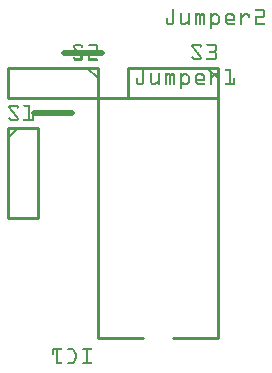
<source format=gto>
G04 MADE WITH FRITZING*
G04 WWW.FRITZING.ORG*
G04 SINGLE SIDED*
G04 HOLES NOT PLATED*
G04 CONTOUR ON CENTER OF CONTOUR VECTOR*
%ASAXBY*%
%FSLAX23Y23*%
%MOIN*%
%OFA0B0*%
%SFA1.0B1.0*%
%ADD10C,0.010000*%
%ADD11C,0.005000*%
%ADD12C,0.021000*%
%ADD13R,0.001000X0.001000*%
%LNSILK1*%
G90*
G70*
G54D10*
X893Y87D02*
X893Y887D01*
D02*
X893Y887D02*
X493Y887D01*
D02*
X493Y887D02*
X493Y87D01*
D02*
X893Y87D02*
X743Y87D01*
D02*
X643Y87D02*
X493Y87D01*
D02*
X893Y987D02*
X593Y987D01*
D02*
X593Y987D02*
X593Y887D01*
D02*
X593Y887D02*
X893Y887D01*
D02*
X893Y887D02*
X893Y987D01*
G54D11*
D02*
X858Y987D02*
X893Y952D01*
G54D10*
D02*
X193Y787D02*
X193Y487D01*
D02*
X193Y487D02*
X293Y487D01*
D02*
X293Y487D02*
X293Y787D01*
D02*
X293Y787D02*
X193Y787D01*
G54D11*
D02*
X193Y752D02*
X228Y787D01*
G54D10*
D02*
X493Y987D02*
X193Y987D01*
D02*
X193Y987D02*
X193Y887D01*
D02*
X193Y887D02*
X493Y887D01*
D02*
X493Y887D02*
X493Y987D01*
G54D11*
D02*
X458Y987D02*
X493Y952D01*
G54D12*
D02*
X280Y837D02*
X405Y837D01*
D02*
X380Y1037D02*
X505Y1037D01*
G54D13*
X742Y1183D02*
X745Y1183D01*
X1018Y1183D02*
X1046Y1183D01*
X741Y1182D02*
X746Y1182D01*
X1017Y1182D02*
X1047Y1182D01*
X740Y1181D02*
X746Y1181D01*
X1016Y1181D02*
X1048Y1181D01*
X740Y1180D02*
X746Y1180D01*
X1016Y1180D02*
X1049Y1180D01*
X740Y1179D02*
X746Y1179D01*
X1016Y1179D02*
X1049Y1179D01*
X740Y1178D02*
X746Y1178D01*
X1017Y1178D02*
X1050Y1178D01*
X740Y1177D02*
X746Y1177D01*
X1019Y1177D02*
X1050Y1177D01*
X740Y1176D02*
X746Y1176D01*
X1044Y1176D02*
X1050Y1176D01*
X740Y1175D02*
X746Y1175D01*
X1044Y1175D02*
X1050Y1175D01*
X740Y1174D02*
X746Y1174D01*
X1044Y1174D02*
X1050Y1174D01*
X740Y1173D02*
X746Y1173D01*
X1044Y1173D02*
X1050Y1173D01*
X740Y1172D02*
X746Y1172D01*
X1044Y1172D02*
X1050Y1172D01*
X740Y1171D02*
X746Y1171D01*
X1044Y1171D02*
X1050Y1171D01*
X740Y1170D02*
X746Y1170D01*
X868Y1170D02*
X871Y1170D01*
X880Y1170D02*
X886Y1170D01*
X1044Y1170D02*
X1050Y1170D01*
X740Y1169D02*
X746Y1169D01*
X769Y1169D02*
X769Y1169D01*
X797Y1169D02*
X797Y1169D01*
X819Y1169D02*
X819Y1169D01*
X827Y1169D02*
X828Y1169D01*
X867Y1169D02*
X872Y1169D01*
X878Y1169D02*
X889Y1169D01*
X928Y1169D02*
X938Y1169D01*
X969Y1169D02*
X969Y1169D01*
X983Y1169D02*
X990Y1169D01*
X1044Y1169D02*
X1050Y1169D01*
X740Y1168D02*
X746Y1168D01*
X767Y1168D02*
X771Y1168D01*
X795Y1168D02*
X799Y1168D01*
X817Y1168D02*
X821Y1168D01*
X824Y1168D02*
X832Y1168D01*
X838Y1168D02*
X845Y1168D01*
X866Y1168D02*
X872Y1168D01*
X876Y1168D02*
X890Y1168D01*
X925Y1168D02*
X941Y1168D01*
X967Y1168D02*
X971Y1168D01*
X981Y1168D02*
X994Y1168D01*
X1044Y1168D02*
X1050Y1168D01*
X740Y1167D02*
X746Y1167D01*
X767Y1167D02*
X772Y1167D01*
X794Y1167D02*
X799Y1167D01*
X816Y1167D02*
X821Y1167D01*
X823Y1167D02*
X833Y1167D01*
X837Y1167D02*
X846Y1167D01*
X866Y1167D02*
X872Y1167D01*
X875Y1167D02*
X891Y1167D01*
X923Y1167D02*
X943Y1167D01*
X967Y1167D02*
X972Y1167D01*
X980Y1167D02*
X995Y1167D01*
X1044Y1167D02*
X1050Y1167D01*
X740Y1166D02*
X746Y1166D01*
X766Y1166D02*
X772Y1166D01*
X794Y1166D02*
X800Y1166D01*
X816Y1166D02*
X847Y1166D01*
X866Y1166D02*
X872Y1166D01*
X874Y1166D02*
X893Y1166D01*
X922Y1166D02*
X944Y1166D01*
X966Y1166D02*
X972Y1166D01*
X979Y1166D02*
X997Y1166D01*
X1044Y1166D02*
X1050Y1166D01*
X740Y1165D02*
X746Y1165D01*
X766Y1165D02*
X772Y1165D01*
X794Y1165D02*
X800Y1165D01*
X816Y1165D02*
X848Y1165D01*
X866Y1165D02*
X894Y1165D01*
X921Y1165D02*
X945Y1165D01*
X966Y1165D02*
X972Y1165D01*
X977Y1165D02*
X998Y1165D01*
X1044Y1165D02*
X1050Y1165D01*
X740Y1164D02*
X746Y1164D01*
X766Y1164D02*
X772Y1164D01*
X794Y1164D02*
X800Y1164D01*
X816Y1164D02*
X849Y1164D01*
X866Y1164D02*
X895Y1164D01*
X919Y1164D02*
X947Y1164D01*
X966Y1164D02*
X972Y1164D01*
X976Y1164D02*
X998Y1164D01*
X1044Y1164D02*
X1050Y1164D01*
X740Y1163D02*
X746Y1163D01*
X766Y1163D02*
X772Y1163D01*
X794Y1163D02*
X800Y1163D01*
X816Y1163D02*
X849Y1163D01*
X866Y1163D02*
X880Y1163D01*
X886Y1163D02*
X896Y1163D01*
X919Y1163D02*
X947Y1163D01*
X966Y1163D02*
X972Y1163D01*
X975Y1163D02*
X999Y1163D01*
X1044Y1163D02*
X1050Y1163D01*
X740Y1162D02*
X746Y1162D01*
X766Y1162D02*
X772Y1162D01*
X794Y1162D02*
X800Y1162D01*
X816Y1162D02*
X827Y1162D01*
X829Y1162D02*
X849Y1162D01*
X866Y1162D02*
X879Y1162D01*
X887Y1162D02*
X897Y1162D01*
X918Y1162D02*
X927Y1162D01*
X938Y1162D02*
X948Y1162D01*
X966Y1162D02*
X972Y1162D01*
X974Y1162D02*
X984Y1162D01*
X991Y1162D02*
X999Y1162D01*
X1044Y1162D02*
X1050Y1162D01*
X740Y1161D02*
X746Y1161D01*
X766Y1161D02*
X772Y1161D01*
X794Y1161D02*
X800Y1161D01*
X816Y1161D02*
X826Y1161D01*
X830Y1161D02*
X839Y1161D01*
X843Y1161D02*
X849Y1161D01*
X866Y1161D02*
X878Y1161D01*
X889Y1161D02*
X898Y1161D01*
X917Y1161D02*
X926Y1161D01*
X941Y1161D02*
X949Y1161D01*
X966Y1161D02*
X982Y1161D01*
X993Y1161D02*
X999Y1161D01*
X1044Y1161D02*
X1050Y1161D01*
X740Y1160D02*
X746Y1160D01*
X766Y1160D02*
X772Y1160D01*
X794Y1160D02*
X800Y1160D01*
X816Y1160D02*
X825Y1160D01*
X830Y1160D02*
X838Y1160D01*
X843Y1160D02*
X849Y1160D01*
X866Y1160D02*
X877Y1160D01*
X890Y1160D02*
X898Y1160D01*
X917Y1160D02*
X924Y1160D01*
X942Y1160D02*
X949Y1160D01*
X966Y1160D02*
X981Y1160D01*
X993Y1160D02*
X1000Y1160D01*
X1022Y1160D02*
X1050Y1160D01*
X740Y1159D02*
X746Y1159D01*
X766Y1159D02*
X772Y1159D01*
X794Y1159D02*
X800Y1159D01*
X816Y1159D02*
X823Y1159D01*
X830Y1159D02*
X837Y1159D01*
X843Y1159D02*
X849Y1159D01*
X866Y1159D02*
X876Y1159D01*
X891Y1159D02*
X899Y1159D01*
X917Y1159D02*
X923Y1159D01*
X943Y1159D02*
X949Y1159D01*
X966Y1159D02*
X980Y1159D01*
X994Y1159D02*
X1000Y1159D01*
X1019Y1159D02*
X1050Y1159D01*
X740Y1158D02*
X746Y1158D01*
X767Y1158D02*
X772Y1158D01*
X794Y1158D02*
X800Y1158D01*
X816Y1158D02*
X822Y1158D01*
X830Y1158D02*
X836Y1158D01*
X843Y1158D02*
X849Y1158D01*
X866Y1158D02*
X875Y1158D01*
X892Y1158D02*
X899Y1158D01*
X916Y1158D02*
X923Y1158D01*
X943Y1158D02*
X950Y1158D01*
X966Y1158D02*
X979Y1158D01*
X994Y1158D02*
X1000Y1158D01*
X1018Y1158D02*
X1049Y1158D01*
X740Y1157D02*
X746Y1157D01*
X767Y1157D02*
X773Y1157D01*
X794Y1157D02*
X800Y1157D01*
X816Y1157D02*
X822Y1157D01*
X830Y1157D02*
X836Y1157D01*
X843Y1157D02*
X849Y1157D01*
X866Y1157D02*
X874Y1157D01*
X893Y1157D02*
X900Y1157D01*
X916Y1157D02*
X922Y1157D01*
X944Y1157D02*
X950Y1157D01*
X966Y1157D02*
X978Y1157D01*
X994Y1157D02*
X1000Y1157D01*
X1017Y1157D02*
X1049Y1157D01*
X740Y1156D02*
X746Y1156D01*
X767Y1156D02*
X773Y1156D01*
X794Y1156D02*
X800Y1156D01*
X816Y1156D02*
X822Y1156D01*
X830Y1156D02*
X836Y1156D01*
X843Y1156D02*
X849Y1156D01*
X866Y1156D02*
X873Y1156D01*
X894Y1156D02*
X900Y1156D01*
X916Y1156D02*
X922Y1156D01*
X944Y1156D02*
X950Y1156D01*
X966Y1156D02*
X977Y1156D01*
X994Y1156D02*
X1000Y1156D01*
X1017Y1156D02*
X1048Y1156D01*
X740Y1155D02*
X746Y1155D01*
X767Y1155D02*
X773Y1155D01*
X794Y1155D02*
X800Y1155D01*
X816Y1155D02*
X822Y1155D01*
X830Y1155D02*
X836Y1155D01*
X844Y1155D02*
X849Y1155D01*
X866Y1155D02*
X872Y1155D01*
X894Y1155D02*
X900Y1155D01*
X916Y1155D02*
X922Y1155D01*
X944Y1155D02*
X950Y1155D01*
X966Y1155D02*
X976Y1155D01*
X994Y1155D02*
X999Y1155D01*
X1016Y1155D02*
X1047Y1155D01*
X722Y1154D02*
X724Y1154D01*
X740Y1154D02*
X746Y1154D01*
X767Y1154D02*
X773Y1154D01*
X794Y1154D02*
X800Y1154D01*
X816Y1154D02*
X822Y1154D01*
X830Y1154D02*
X836Y1154D01*
X844Y1154D02*
X850Y1154D01*
X866Y1154D02*
X872Y1154D01*
X894Y1154D02*
X900Y1154D01*
X916Y1154D02*
X922Y1154D01*
X944Y1154D02*
X950Y1154D01*
X966Y1154D02*
X974Y1154D01*
X995Y1154D02*
X998Y1154D01*
X1016Y1154D02*
X1046Y1154D01*
X721Y1153D02*
X725Y1153D01*
X740Y1153D02*
X746Y1153D01*
X767Y1153D02*
X773Y1153D01*
X794Y1153D02*
X800Y1153D01*
X816Y1153D02*
X822Y1153D01*
X830Y1153D02*
X836Y1153D01*
X844Y1153D02*
X850Y1153D01*
X866Y1153D02*
X872Y1153D01*
X894Y1153D02*
X900Y1153D01*
X916Y1153D02*
X922Y1153D01*
X944Y1153D02*
X950Y1153D01*
X966Y1153D02*
X973Y1153D01*
X1016Y1153D02*
X1022Y1153D01*
X720Y1152D02*
X725Y1152D01*
X740Y1152D02*
X746Y1152D01*
X767Y1152D02*
X773Y1152D01*
X794Y1152D02*
X800Y1152D01*
X816Y1152D02*
X822Y1152D01*
X830Y1152D02*
X836Y1152D01*
X844Y1152D02*
X850Y1152D01*
X866Y1152D02*
X872Y1152D01*
X894Y1152D02*
X900Y1152D01*
X916Y1152D02*
X922Y1152D01*
X944Y1152D02*
X950Y1152D01*
X966Y1152D02*
X972Y1152D01*
X1016Y1152D02*
X1022Y1152D01*
X720Y1151D02*
X726Y1151D01*
X740Y1151D02*
X746Y1151D01*
X767Y1151D02*
X773Y1151D01*
X794Y1151D02*
X800Y1151D01*
X816Y1151D02*
X822Y1151D01*
X830Y1151D02*
X836Y1151D01*
X844Y1151D02*
X850Y1151D01*
X866Y1151D02*
X872Y1151D01*
X894Y1151D02*
X900Y1151D01*
X916Y1151D02*
X950Y1151D01*
X966Y1151D02*
X972Y1151D01*
X1016Y1151D02*
X1022Y1151D01*
X720Y1150D02*
X726Y1150D01*
X740Y1150D02*
X746Y1150D01*
X767Y1150D02*
X773Y1150D01*
X794Y1150D02*
X800Y1150D01*
X816Y1150D02*
X822Y1150D01*
X830Y1150D02*
X836Y1150D01*
X844Y1150D02*
X850Y1150D01*
X866Y1150D02*
X872Y1150D01*
X894Y1150D02*
X900Y1150D01*
X916Y1150D02*
X950Y1150D01*
X966Y1150D02*
X972Y1150D01*
X1016Y1150D02*
X1022Y1150D01*
X720Y1149D02*
X726Y1149D01*
X740Y1149D02*
X746Y1149D01*
X767Y1149D02*
X773Y1149D01*
X794Y1149D02*
X800Y1149D01*
X816Y1149D02*
X822Y1149D01*
X830Y1149D02*
X836Y1149D01*
X844Y1149D02*
X850Y1149D01*
X866Y1149D02*
X872Y1149D01*
X894Y1149D02*
X900Y1149D01*
X916Y1149D02*
X950Y1149D01*
X966Y1149D02*
X972Y1149D01*
X1016Y1149D02*
X1022Y1149D01*
X720Y1148D02*
X726Y1148D01*
X740Y1148D02*
X746Y1148D01*
X767Y1148D02*
X773Y1148D01*
X794Y1148D02*
X800Y1148D01*
X816Y1148D02*
X822Y1148D01*
X830Y1148D02*
X836Y1148D01*
X844Y1148D02*
X850Y1148D01*
X866Y1148D02*
X872Y1148D01*
X894Y1148D02*
X900Y1148D01*
X916Y1148D02*
X950Y1148D01*
X966Y1148D02*
X972Y1148D01*
X1016Y1148D02*
X1022Y1148D01*
X720Y1147D02*
X726Y1147D01*
X740Y1147D02*
X746Y1147D01*
X767Y1147D02*
X773Y1147D01*
X794Y1147D02*
X800Y1147D01*
X816Y1147D02*
X822Y1147D01*
X830Y1147D02*
X836Y1147D01*
X844Y1147D02*
X850Y1147D01*
X866Y1147D02*
X872Y1147D01*
X894Y1147D02*
X900Y1147D01*
X916Y1147D02*
X950Y1147D01*
X966Y1147D02*
X972Y1147D01*
X1016Y1147D02*
X1022Y1147D01*
X720Y1146D02*
X726Y1146D01*
X740Y1146D02*
X746Y1146D01*
X767Y1146D02*
X773Y1146D01*
X794Y1146D02*
X800Y1146D01*
X816Y1146D02*
X822Y1146D01*
X830Y1146D02*
X836Y1146D01*
X844Y1146D02*
X850Y1146D01*
X866Y1146D02*
X872Y1146D01*
X894Y1146D02*
X900Y1146D01*
X916Y1146D02*
X949Y1146D01*
X966Y1146D02*
X972Y1146D01*
X1016Y1146D02*
X1022Y1146D01*
X720Y1145D02*
X726Y1145D01*
X740Y1145D02*
X746Y1145D01*
X767Y1145D02*
X773Y1145D01*
X794Y1145D02*
X800Y1145D01*
X816Y1145D02*
X822Y1145D01*
X830Y1145D02*
X836Y1145D01*
X844Y1145D02*
X850Y1145D01*
X866Y1145D02*
X872Y1145D01*
X894Y1145D02*
X900Y1145D01*
X916Y1145D02*
X948Y1145D01*
X966Y1145D02*
X972Y1145D01*
X1016Y1145D02*
X1022Y1145D01*
X720Y1144D02*
X726Y1144D01*
X740Y1144D02*
X746Y1144D01*
X767Y1144D02*
X773Y1144D01*
X794Y1144D02*
X800Y1144D01*
X816Y1144D02*
X822Y1144D01*
X830Y1144D02*
X836Y1144D01*
X844Y1144D02*
X850Y1144D01*
X866Y1144D02*
X872Y1144D01*
X894Y1144D02*
X900Y1144D01*
X916Y1144D02*
X922Y1144D01*
X966Y1144D02*
X972Y1144D01*
X1016Y1144D02*
X1022Y1144D01*
X720Y1143D02*
X726Y1143D01*
X740Y1143D02*
X746Y1143D01*
X767Y1143D02*
X773Y1143D01*
X792Y1143D02*
X800Y1143D01*
X816Y1143D02*
X822Y1143D01*
X830Y1143D02*
X836Y1143D01*
X844Y1143D02*
X850Y1143D01*
X866Y1143D02*
X873Y1143D01*
X894Y1143D02*
X900Y1143D01*
X916Y1143D02*
X922Y1143D01*
X966Y1143D02*
X972Y1143D01*
X1016Y1143D02*
X1022Y1143D01*
X720Y1142D02*
X726Y1142D01*
X740Y1142D02*
X746Y1142D01*
X767Y1142D02*
X773Y1142D01*
X791Y1142D02*
X800Y1142D01*
X816Y1142D02*
X822Y1142D01*
X830Y1142D02*
X836Y1142D01*
X844Y1142D02*
X850Y1142D01*
X866Y1142D02*
X874Y1142D01*
X893Y1142D02*
X900Y1142D01*
X916Y1142D02*
X922Y1142D01*
X966Y1142D02*
X972Y1142D01*
X1016Y1142D02*
X1022Y1142D01*
X720Y1141D02*
X726Y1141D01*
X740Y1141D02*
X746Y1141D01*
X767Y1141D02*
X773Y1141D01*
X789Y1141D02*
X800Y1141D01*
X816Y1141D02*
X822Y1141D01*
X830Y1141D02*
X836Y1141D01*
X844Y1141D02*
X850Y1141D01*
X866Y1141D02*
X875Y1141D01*
X892Y1141D02*
X899Y1141D01*
X916Y1141D02*
X923Y1141D01*
X966Y1141D02*
X972Y1141D01*
X1016Y1141D02*
X1022Y1141D01*
X720Y1140D02*
X726Y1140D01*
X740Y1140D02*
X746Y1140D01*
X767Y1140D02*
X773Y1140D01*
X788Y1140D02*
X800Y1140D01*
X816Y1140D02*
X822Y1140D01*
X830Y1140D02*
X836Y1140D01*
X844Y1140D02*
X850Y1140D01*
X866Y1140D02*
X876Y1140D01*
X891Y1140D02*
X899Y1140D01*
X916Y1140D02*
X923Y1140D01*
X966Y1140D02*
X972Y1140D01*
X1016Y1140D02*
X1022Y1140D01*
X720Y1139D02*
X726Y1139D01*
X740Y1139D02*
X746Y1139D01*
X767Y1139D02*
X773Y1139D01*
X786Y1139D02*
X800Y1139D01*
X816Y1139D02*
X822Y1139D01*
X830Y1139D02*
X836Y1139D01*
X844Y1139D02*
X850Y1139D01*
X866Y1139D02*
X877Y1139D01*
X890Y1139D02*
X899Y1139D01*
X917Y1139D02*
X924Y1139D01*
X966Y1139D02*
X972Y1139D01*
X1016Y1139D02*
X1022Y1139D01*
X720Y1138D02*
X727Y1138D01*
X739Y1138D02*
X746Y1138D01*
X767Y1138D02*
X774Y1138D01*
X785Y1138D02*
X800Y1138D01*
X816Y1138D02*
X822Y1138D01*
X830Y1138D02*
X836Y1138D01*
X844Y1138D02*
X850Y1138D01*
X866Y1138D02*
X878Y1138D01*
X889Y1138D02*
X898Y1138D01*
X917Y1138D02*
X925Y1138D01*
X966Y1138D02*
X972Y1138D01*
X1016Y1138D02*
X1022Y1138D01*
X720Y1137D02*
X728Y1137D01*
X738Y1137D02*
X746Y1137D01*
X768Y1137D02*
X775Y1137D01*
X783Y1137D02*
X800Y1137D01*
X816Y1137D02*
X822Y1137D01*
X830Y1137D02*
X836Y1137D01*
X844Y1137D02*
X850Y1137D01*
X866Y1137D02*
X879Y1137D01*
X888Y1137D02*
X897Y1137D01*
X918Y1137D02*
X927Y1137D01*
X966Y1137D02*
X972Y1137D01*
X1016Y1137D02*
X1022Y1137D01*
X721Y1136D02*
X746Y1136D01*
X768Y1136D02*
X800Y1136D01*
X816Y1136D02*
X822Y1136D01*
X830Y1136D02*
X836Y1136D01*
X844Y1136D02*
X850Y1136D01*
X866Y1136D02*
X880Y1136D01*
X886Y1136D02*
X896Y1136D01*
X918Y1136D02*
X948Y1136D01*
X966Y1136D02*
X972Y1136D01*
X1016Y1136D02*
X1048Y1136D01*
X721Y1135D02*
X745Y1135D01*
X768Y1135D02*
X792Y1135D01*
X794Y1135D02*
X800Y1135D01*
X816Y1135D02*
X822Y1135D01*
X830Y1135D02*
X836Y1135D01*
X844Y1135D02*
X850Y1135D01*
X866Y1135D02*
X895Y1135D01*
X919Y1135D02*
X949Y1135D01*
X966Y1135D02*
X972Y1135D01*
X1016Y1135D02*
X1049Y1135D01*
X722Y1134D02*
X744Y1134D01*
X769Y1134D02*
X790Y1134D01*
X794Y1134D02*
X800Y1134D01*
X816Y1134D02*
X822Y1134D01*
X830Y1134D02*
X836Y1134D01*
X844Y1134D02*
X850Y1134D01*
X866Y1134D02*
X894Y1134D01*
X920Y1134D02*
X950Y1134D01*
X966Y1134D02*
X972Y1134D01*
X1016Y1134D02*
X1050Y1134D01*
X723Y1133D02*
X743Y1133D01*
X770Y1133D02*
X789Y1133D01*
X794Y1133D02*
X800Y1133D01*
X816Y1133D02*
X822Y1133D01*
X830Y1133D02*
X836Y1133D01*
X844Y1133D02*
X850Y1133D01*
X866Y1133D02*
X893Y1133D01*
X921Y1133D02*
X950Y1133D01*
X966Y1133D02*
X972Y1133D01*
X1016Y1133D02*
X1050Y1133D01*
X724Y1132D02*
X742Y1132D01*
X771Y1132D02*
X787Y1132D01*
X794Y1132D02*
X800Y1132D01*
X816Y1132D02*
X821Y1132D01*
X830Y1132D02*
X836Y1132D01*
X845Y1132D02*
X850Y1132D01*
X866Y1132D02*
X872Y1132D01*
X875Y1132D02*
X892Y1132D01*
X923Y1132D02*
X950Y1132D01*
X966Y1132D02*
X972Y1132D01*
X1016Y1132D02*
X1050Y1132D01*
X725Y1131D02*
X741Y1131D01*
X773Y1131D02*
X785Y1131D01*
X795Y1131D02*
X799Y1131D01*
X817Y1131D02*
X821Y1131D01*
X831Y1131D02*
X835Y1131D01*
X845Y1131D02*
X849Y1131D01*
X866Y1131D02*
X872Y1131D01*
X876Y1131D02*
X891Y1131D01*
X924Y1131D02*
X949Y1131D01*
X967Y1131D02*
X971Y1131D01*
X1016Y1131D02*
X1049Y1131D01*
X728Y1130D02*
X738Y1130D01*
X775Y1130D02*
X783Y1130D01*
X796Y1130D02*
X798Y1130D01*
X818Y1130D02*
X820Y1130D01*
X832Y1130D02*
X834Y1130D01*
X846Y1130D02*
X848Y1130D01*
X866Y1130D02*
X872Y1130D01*
X877Y1130D02*
X889Y1130D01*
X926Y1130D02*
X948Y1130D01*
X968Y1130D02*
X970Y1130D01*
X1016Y1130D02*
X1048Y1130D01*
X866Y1129D02*
X872Y1129D01*
X879Y1129D02*
X887Y1129D01*
X866Y1128D02*
X872Y1128D01*
X866Y1127D02*
X872Y1127D01*
X866Y1126D02*
X872Y1126D01*
X866Y1125D02*
X872Y1125D01*
X866Y1124D02*
X872Y1124D01*
X866Y1123D02*
X872Y1123D01*
X866Y1122D02*
X872Y1122D01*
X866Y1121D02*
X872Y1121D01*
X866Y1120D02*
X872Y1120D01*
X866Y1119D02*
X872Y1119D01*
X866Y1118D02*
X872Y1118D01*
X867Y1117D02*
X872Y1117D01*
X867Y1116D02*
X871Y1116D01*
X810Y1067D02*
X832Y1067D01*
X856Y1067D02*
X884Y1067D01*
X808Y1066D02*
X834Y1066D01*
X855Y1066D02*
X886Y1066D01*
X416Y1065D02*
X436Y1065D01*
X462Y1065D02*
X488Y1065D01*
X807Y1065D02*
X835Y1065D01*
X855Y1065D02*
X887Y1065D01*
X413Y1064D02*
X438Y1064D01*
X461Y1064D02*
X490Y1064D01*
X806Y1064D02*
X836Y1064D01*
X855Y1064D02*
X887Y1064D01*
X412Y1063D02*
X440Y1063D01*
X460Y1063D02*
X491Y1063D01*
X806Y1063D02*
X837Y1063D01*
X855Y1063D02*
X888Y1063D01*
X411Y1062D02*
X441Y1062D01*
X460Y1062D02*
X492Y1062D01*
X805Y1062D02*
X838Y1062D01*
X856Y1062D02*
X888Y1062D01*
X411Y1061D02*
X442Y1061D01*
X460Y1061D02*
X493Y1061D01*
X805Y1061D02*
X838Y1061D01*
X857Y1061D02*
X888Y1061D01*
X410Y1060D02*
X442Y1060D01*
X460Y1060D02*
X493Y1060D01*
X805Y1060D02*
X811Y1060D01*
X831Y1060D02*
X838Y1060D01*
X882Y1060D02*
X888Y1060D01*
X410Y1059D02*
X443Y1059D01*
X461Y1059D02*
X493Y1059D01*
X805Y1059D02*
X811Y1059D01*
X832Y1059D02*
X838Y1059D01*
X882Y1059D02*
X888Y1059D01*
X410Y1058D02*
X416Y1058D01*
X436Y1058D02*
X443Y1058D01*
X487Y1058D02*
X493Y1058D01*
X805Y1058D02*
X812Y1058D01*
X832Y1058D02*
X838Y1058D01*
X882Y1058D02*
X888Y1058D01*
X410Y1057D02*
X416Y1057D01*
X437Y1057D02*
X443Y1057D01*
X487Y1057D02*
X493Y1057D01*
X805Y1057D02*
X813Y1057D01*
X833Y1057D02*
X838Y1057D01*
X882Y1057D02*
X888Y1057D01*
X410Y1056D02*
X417Y1056D01*
X437Y1056D02*
X443Y1056D01*
X487Y1056D02*
X493Y1056D01*
X806Y1056D02*
X813Y1056D01*
X833Y1056D02*
X838Y1056D01*
X882Y1056D02*
X888Y1056D01*
X410Y1055D02*
X417Y1055D01*
X437Y1055D02*
X443Y1055D01*
X487Y1055D02*
X493Y1055D01*
X806Y1055D02*
X814Y1055D01*
X835Y1055D02*
X836Y1055D01*
X882Y1055D02*
X888Y1055D01*
X411Y1054D02*
X418Y1054D01*
X438Y1054D02*
X443Y1054D01*
X487Y1054D02*
X493Y1054D01*
X807Y1054D02*
X815Y1054D01*
X882Y1054D02*
X888Y1054D01*
X411Y1053D02*
X419Y1053D01*
X439Y1053D02*
X442Y1053D01*
X487Y1053D02*
X493Y1053D01*
X808Y1053D02*
X816Y1053D01*
X882Y1053D02*
X888Y1053D01*
X412Y1052D02*
X420Y1052D01*
X487Y1052D02*
X493Y1052D01*
X809Y1052D02*
X817Y1052D01*
X882Y1052D02*
X888Y1052D01*
X412Y1051D02*
X420Y1051D01*
X487Y1051D02*
X493Y1051D01*
X809Y1051D02*
X817Y1051D01*
X882Y1051D02*
X888Y1051D01*
X413Y1050D02*
X421Y1050D01*
X487Y1050D02*
X493Y1050D01*
X810Y1050D02*
X818Y1050D01*
X882Y1050D02*
X888Y1050D01*
X414Y1049D02*
X422Y1049D01*
X487Y1049D02*
X493Y1049D01*
X811Y1049D02*
X819Y1049D01*
X882Y1049D02*
X888Y1049D01*
X415Y1048D02*
X423Y1048D01*
X487Y1048D02*
X493Y1048D01*
X812Y1048D02*
X820Y1048D01*
X882Y1048D02*
X888Y1048D01*
X416Y1047D02*
X424Y1047D01*
X487Y1047D02*
X493Y1047D01*
X812Y1047D02*
X820Y1047D01*
X882Y1047D02*
X888Y1047D01*
X416Y1046D02*
X424Y1046D01*
X487Y1046D02*
X493Y1046D01*
X813Y1046D02*
X821Y1046D01*
X882Y1046D02*
X888Y1046D01*
X417Y1045D02*
X425Y1045D01*
X487Y1045D02*
X493Y1045D01*
X814Y1045D02*
X822Y1045D01*
X881Y1045D02*
X888Y1045D01*
X418Y1044D02*
X426Y1044D01*
X487Y1044D02*
X493Y1044D01*
X815Y1044D02*
X823Y1044D01*
X865Y1044D02*
X888Y1044D01*
X419Y1043D02*
X427Y1043D01*
X487Y1043D02*
X493Y1043D01*
X816Y1043D02*
X824Y1043D01*
X863Y1043D02*
X887Y1043D01*
X419Y1042D02*
X427Y1042D01*
X487Y1042D02*
X493Y1042D01*
X816Y1042D02*
X824Y1042D01*
X862Y1042D02*
X887Y1042D01*
X420Y1041D02*
X428Y1041D01*
X464Y1041D02*
X493Y1041D01*
X817Y1041D02*
X825Y1041D01*
X862Y1041D02*
X886Y1041D01*
X421Y1040D02*
X429Y1040D01*
X462Y1040D02*
X493Y1040D01*
X818Y1040D02*
X826Y1040D01*
X862Y1040D02*
X886Y1040D01*
X422Y1039D02*
X430Y1039D01*
X461Y1039D02*
X493Y1039D01*
X819Y1039D02*
X827Y1039D01*
X862Y1039D02*
X887Y1039D01*
X423Y1038D02*
X431Y1038D01*
X461Y1038D02*
X492Y1038D01*
X819Y1038D02*
X828Y1038D01*
X863Y1038D02*
X887Y1038D01*
X423Y1037D02*
X431Y1037D01*
X460Y1037D02*
X491Y1037D01*
X820Y1037D02*
X828Y1037D01*
X879Y1037D02*
X888Y1037D01*
X424Y1036D02*
X432Y1036D01*
X460Y1036D02*
X490Y1036D01*
X821Y1036D02*
X829Y1036D01*
X881Y1036D02*
X888Y1036D01*
X425Y1035D02*
X433Y1035D01*
X460Y1035D02*
X488Y1035D01*
X822Y1035D02*
X830Y1035D01*
X882Y1035D02*
X888Y1035D01*
X426Y1034D02*
X434Y1034D01*
X460Y1034D02*
X466Y1034D01*
X823Y1034D02*
X831Y1034D01*
X882Y1034D02*
X888Y1034D01*
X426Y1033D02*
X434Y1033D01*
X460Y1033D02*
X466Y1033D01*
X823Y1033D02*
X831Y1033D01*
X882Y1033D02*
X888Y1033D01*
X427Y1032D02*
X435Y1032D01*
X460Y1032D02*
X466Y1032D01*
X824Y1032D02*
X832Y1032D01*
X882Y1032D02*
X888Y1032D01*
X428Y1031D02*
X436Y1031D01*
X460Y1031D02*
X466Y1031D01*
X825Y1031D02*
X833Y1031D01*
X882Y1031D02*
X888Y1031D01*
X429Y1030D02*
X437Y1030D01*
X460Y1030D02*
X466Y1030D01*
X826Y1030D02*
X834Y1030D01*
X882Y1030D02*
X888Y1030D01*
X429Y1029D02*
X438Y1029D01*
X460Y1029D02*
X466Y1029D01*
X826Y1029D02*
X835Y1029D01*
X882Y1029D02*
X888Y1029D01*
X430Y1028D02*
X438Y1028D01*
X460Y1028D02*
X466Y1028D01*
X827Y1028D02*
X835Y1028D01*
X882Y1028D02*
X888Y1028D01*
X431Y1027D02*
X439Y1027D01*
X460Y1027D02*
X466Y1027D01*
X828Y1027D02*
X836Y1027D01*
X882Y1027D02*
X888Y1027D01*
X432Y1026D02*
X440Y1026D01*
X460Y1026D02*
X466Y1026D01*
X807Y1026D02*
X809Y1026D01*
X829Y1026D02*
X837Y1026D01*
X882Y1026D02*
X888Y1026D01*
X433Y1025D02*
X441Y1025D01*
X460Y1025D02*
X466Y1025D01*
X806Y1025D02*
X810Y1025D01*
X830Y1025D02*
X837Y1025D01*
X882Y1025D02*
X888Y1025D01*
X433Y1024D02*
X441Y1024D01*
X460Y1024D02*
X466Y1024D01*
X805Y1024D02*
X811Y1024D01*
X830Y1024D02*
X838Y1024D01*
X882Y1024D02*
X888Y1024D01*
X411Y1023D02*
X415Y1023D01*
X434Y1023D02*
X442Y1023D01*
X460Y1023D02*
X466Y1023D01*
X805Y1023D02*
X811Y1023D01*
X831Y1023D02*
X838Y1023D01*
X882Y1023D02*
X888Y1023D01*
X410Y1022D02*
X415Y1022D01*
X435Y1022D02*
X443Y1022D01*
X460Y1022D02*
X466Y1022D01*
X805Y1022D02*
X811Y1022D01*
X832Y1022D02*
X838Y1022D01*
X882Y1022D02*
X888Y1022D01*
X410Y1021D02*
X416Y1021D01*
X436Y1021D02*
X443Y1021D01*
X460Y1021D02*
X466Y1021D01*
X805Y1021D02*
X812Y1021D01*
X832Y1021D02*
X838Y1021D01*
X882Y1021D02*
X888Y1021D01*
X410Y1020D02*
X416Y1020D01*
X436Y1020D02*
X443Y1020D01*
X460Y1020D02*
X466Y1020D01*
X805Y1020D02*
X838Y1020D01*
X857Y1020D02*
X888Y1020D01*
X410Y1019D02*
X416Y1019D01*
X437Y1019D02*
X443Y1019D01*
X460Y1019D02*
X466Y1019D01*
X806Y1019D02*
X838Y1019D01*
X856Y1019D02*
X888Y1019D01*
X410Y1018D02*
X443Y1018D01*
X460Y1018D02*
X490Y1018D01*
X806Y1018D02*
X838Y1018D01*
X855Y1018D02*
X888Y1018D01*
X410Y1017D02*
X443Y1017D01*
X460Y1017D02*
X492Y1017D01*
X807Y1017D02*
X837Y1017D01*
X855Y1017D02*
X887Y1017D01*
X411Y1016D02*
X443Y1016D01*
X460Y1016D02*
X493Y1016D01*
X808Y1016D02*
X836Y1016D01*
X855Y1016D02*
X887Y1016D01*
X412Y1015D02*
X442Y1015D01*
X460Y1015D02*
X493Y1015D01*
X809Y1015D02*
X835Y1015D01*
X855Y1015D02*
X886Y1015D01*
X412Y1014D02*
X441Y1014D01*
X460Y1014D02*
X493Y1014D01*
X811Y1014D02*
X833Y1014D01*
X857Y1014D02*
X884Y1014D01*
X414Y1013D02*
X440Y1013D01*
X460Y1013D02*
X493Y1013D01*
X415Y1012D02*
X439Y1012D01*
X460Y1012D02*
X492Y1012D01*
X642Y983D02*
X645Y983D01*
X917Y983D02*
X936Y983D01*
X641Y982D02*
X646Y982D01*
X917Y982D02*
X936Y982D01*
X641Y981D02*
X646Y981D01*
X916Y981D02*
X936Y981D01*
X640Y980D02*
X646Y980D01*
X916Y980D02*
X936Y980D01*
X640Y979D02*
X646Y979D01*
X917Y979D02*
X936Y979D01*
X640Y978D02*
X646Y978D01*
X917Y978D02*
X936Y978D01*
X640Y977D02*
X646Y977D01*
X919Y977D02*
X936Y977D01*
X640Y976D02*
X646Y976D01*
X930Y976D02*
X936Y976D01*
X640Y975D02*
X646Y975D01*
X930Y975D02*
X936Y975D01*
X640Y974D02*
X646Y974D01*
X930Y974D02*
X936Y974D01*
X640Y973D02*
X646Y973D01*
X930Y973D02*
X936Y973D01*
X640Y972D02*
X646Y972D01*
X930Y972D02*
X936Y972D01*
X640Y971D02*
X646Y971D01*
X930Y971D02*
X936Y971D01*
X640Y970D02*
X646Y970D01*
X768Y970D02*
X771Y970D01*
X779Y970D02*
X787Y970D01*
X930Y970D02*
X936Y970D01*
X640Y969D02*
X646Y969D01*
X669Y969D02*
X670Y969D01*
X696Y969D02*
X697Y969D01*
X718Y969D02*
X719Y969D01*
X727Y969D02*
X729Y969D01*
X767Y969D02*
X772Y969D01*
X777Y969D02*
X789Y969D01*
X827Y969D02*
X839Y969D01*
X869Y969D02*
X870Y969D01*
X882Y969D02*
X891Y969D01*
X930Y969D02*
X936Y969D01*
X640Y968D02*
X646Y968D01*
X667Y968D02*
X671Y968D01*
X695Y968D02*
X699Y968D01*
X717Y968D02*
X721Y968D01*
X724Y968D02*
X732Y968D01*
X738Y968D02*
X745Y968D01*
X766Y968D02*
X772Y968D01*
X776Y968D02*
X790Y968D01*
X824Y968D02*
X842Y968D01*
X867Y968D02*
X871Y968D01*
X881Y968D02*
X894Y968D01*
X930Y968D02*
X936Y968D01*
X640Y967D02*
X646Y967D01*
X667Y967D02*
X672Y967D01*
X694Y967D02*
X700Y967D01*
X716Y967D02*
X733Y967D01*
X737Y967D02*
X746Y967D01*
X766Y967D02*
X772Y967D01*
X775Y967D02*
X792Y967D01*
X823Y967D02*
X843Y967D01*
X867Y967D02*
X872Y967D01*
X880Y967D02*
X896Y967D01*
X930Y967D02*
X936Y967D01*
X640Y966D02*
X646Y966D01*
X666Y966D02*
X672Y966D01*
X694Y966D02*
X700Y966D01*
X716Y966D02*
X747Y966D01*
X766Y966D02*
X772Y966D01*
X774Y966D02*
X793Y966D01*
X822Y966D02*
X844Y966D01*
X866Y966D02*
X872Y966D01*
X878Y966D02*
X897Y966D01*
X930Y966D02*
X936Y966D01*
X640Y965D02*
X646Y965D01*
X666Y965D02*
X672Y965D01*
X694Y965D02*
X700Y965D01*
X716Y965D02*
X748Y965D01*
X766Y965D02*
X794Y965D01*
X820Y965D02*
X846Y965D01*
X866Y965D02*
X872Y965D01*
X877Y965D02*
X898Y965D01*
X930Y965D02*
X936Y965D01*
X640Y964D02*
X646Y964D01*
X666Y964D02*
X672Y964D01*
X694Y964D02*
X700Y964D01*
X716Y964D02*
X749Y964D01*
X766Y964D02*
X795Y964D01*
X819Y964D02*
X847Y964D01*
X866Y964D02*
X872Y964D01*
X876Y964D02*
X898Y964D01*
X930Y964D02*
X936Y964D01*
X640Y963D02*
X646Y963D01*
X666Y963D02*
X672Y963D01*
X694Y963D02*
X700Y963D01*
X716Y963D02*
X749Y963D01*
X766Y963D02*
X780Y963D01*
X786Y963D02*
X796Y963D01*
X819Y963D02*
X848Y963D01*
X866Y963D02*
X872Y963D01*
X875Y963D02*
X899Y963D01*
X930Y963D02*
X936Y963D01*
X640Y962D02*
X646Y962D01*
X666Y962D02*
X672Y962D01*
X694Y962D02*
X700Y962D01*
X716Y962D02*
X727Y962D01*
X729Y962D02*
X741Y962D01*
X743Y962D02*
X749Y962D01*
X766Y962D02*
X779Y962D01*
X788Y962D02*
X797Y962D01*
X818Y962D02*
X827Y962D01*
X838Y962D02*
X848Y962D01*
X866Y962D02*
X884Y962D01*
X891Y962D02*
X899Y962D01*
X930Y962D02*
X936Y962D01*
X640Y961D02*
X646Y961D01*
X666Y961D02*
X672Y961D01*
X694Y961D02*
X700Y961D01*
X716Y961D02*
X726Y961D01*
X730Y961D02*
X739Y961D01*
X743Y961D02*
X749Y961D01*
X766Y961D02*
X778Y961D01*
X789Y961D02*
X798Y961D01*
X817Y961D02*
X826Y961D01*
X841Y961D02*
X849Y961D01*
X866Y961D02*
X882Y961D01*
X893Y961D02*
X900Y961D01*
X930Y961D02*
X936Y961D01*
X640Y960D02*
X646Y960D01*
X666Y960D02*
X672Y960D01*
X694Y960D02*
X700Y960D01*
X716Y960D02*
X724Y960D01*
X730Y960D02*
X738Y960D01*
X743Y960D02*
X749Y960D01*
X766Y960D02*
X777Y960D01*
X790Y960D02*
X799Y960D01*
X817Y960D02*
X824Y960D01*
X842Y960D02*
X849Y960D01*
X866Y960D02*
X881Y960D01*
X894Y960D02*
X900Y960D01*
X930Y960D02*
X936Y960D01*
X640Y959D02*
X646Y959D01*
X667Y959D02*
X672Y959D01*
X694Y959D02*
X700Y959D01*
X716Y959D02*
X723Y959D01*
X730Y959D02*
X737Y959D01*
X743Y959D02*
X749Y959D01*
X766Y959D02*
X776Y959D01*
X791Y959D02*
X799Y959D01*
X817Y959D02*
X823Y959D01*
X843Y959D02*
X850Y959D01*
X866Y959D02*
X880Y959D01*
X894Y959D02*
X900Y959D01*
X930Y959D02*
X936Y959D01*
X640Y958D02*
X646Y958D01*
X667Y958D02*
X673Y958D01*
X694Y958D02*
X700Y958D01*
X716Y958D02*
X722Y958D01*
X730Y958D02*
X736Y958D01*
X743Y958D02*
X749Y958D01*
X766Y958D02*
X775Y958D01*
X792Y958D02*
X799Y958D01*
X816Y958D02*
X823Y958D01*
X843Y958D02*
X850Y958D01*
X866Y958D02*
X879Y958D01*
X894Y958D02*
X900Y958D01*
X930Y958D02*
X936Y958D01*
X640Y957D02*
X646Y957D01*
X667Y957D02*
X673Y957D01*
X694Y957D02*
X700Y957D01*
X716Y957D02*
X722Y957D01*
X730Y957D02*
X736Y957D01*
X743Y957D02*
X749Y957D01*
X766Y957D02*
X774Y957D01*
X793Y957D02*
X800Y957D01*
X816Y957D02*
X822Y957D01*
X844Y957D02*
X850Y957D01*
X866Y957D02*
X878Y957D01*
X894Y957D02*
X900Y957D01*
X930Y957D02*
X936Y957D01*
X640Y956D02*
X646Y956D01*
X667Y956D02*
X673Y956D01*
X694Y956D02*
X700Y956D01*
X716Y956D02*
X722Y956D01*
X730Y956D02*
X736Y956D01*
X744Y956D02*
X749Y956D01*
X766Y956D02*
X773Y956D01*
X794Y956D02*
X800Y956D01*
X816Y956D02*
X822Y956D01*
X844Y956D02*
X850Y956D01*
X866Y956D02*
X877Y956D01*
X894Y956D02*
X900Y956D01*
X930Y956D02*
X936Y956D01*
X640Y955D02*
X646Y955D01*
X667Y955D02*
X673Y955D01*
X694Y955D02*
X700Y955D01*
X716Y955D02*
X722Y955D01*
X730Y955D02*
X736Y955D01*
X744Y955D02*
X750Y955D01*
X766Y955D02*
X772Y955D01*
X794Y955D02*
X800Y955D01*
X816Y955D02*
X822Y955D01*
X844Y955D02*
X850Y955D01*
X866Y955D02*
X875Y955D01*
X894Y955D02*
X899Y955D01*
X930Y955D02*
X936Y955D01*
X622Y954D02*
X624Y954D01*
X640Y954D02*
X646Y954D01*
X667Y954D02*
X673Y954D01*
X694Y954D02*
X700Y954D01*
X716Y954D02*
X722Y954D01*
X730Y954D02*
X736Y954D01*
X744Y954D02*
X750Y954D01*
X766Y954D02*
X772Y954D01*
X794Y954D02*
X800Y954D01*
X816Y954D02*
X822Y954D01*
X844Y954D02*
X850Y954D01*
X866Y954D02*
X874Y954D01*
X895Y954D02*
X898Y954D01*
X930Y954D02*
X936Y954D01*
X946Y954D02*
X948Y954D01*
X620Y953D02*
X625Y953D01*
X640Y953D02*
X646Y953D01*
X667Y953D02*
X673Y953D01*
X694Y953D02*
X700Y953D01*
X716Y953D02*
X722Y953D01*
X730Y953D02*
X736Y953D01*
X744Y953D02*
X750Y953D01*
X766Y953D02*
X772Y953D01*
X794Y953D02*
X800Y953D01*
X816Y953D02*
X822Y953D01*
X844Y953D02*
X850Y953D01*
X866Y953D02*
X873Y953D01*
X930Y953D02*
X936Y953D01*
X945Y953D02*
X949Y953D01*
X620Y952D02*
X626Y952D01*
X640Y952D02*
X646Y952D01*
X667Y952D02*
X673Y952D01*
X694Y952D02*
X700Y952D01*
X716Y952D02*
X722Y952D01*
X730Y952D02*
X736Y952D01*
X744Y952D02*
X750Y952D01*
X766Y952D02*
X772Y952D01*
X794Y952D02*
X800Y952D01*
X816Y952D02*
X822Y952D01*
X844Y952D02*
X850Y952D01*
X866Y952D02*
X872Y952D01*
X930Y952D02*
X936Y952D01*
X944Y952D02*
X950Y952D01*
X620Y951D02*
X626Y951D01*
X640Y951D02*
X646Y951D01*
X667Y951D02*
X673Y951D01*
X694Y951D02*
X700Y951D01*
X716Y951D02*
X722Y951D01*
X730Y951D02*
X736Y951D01*
X744Y951D02*
X750Y951D01*
X766Y951D02*
X772Y951D01*
X794Y951D02*
X800Y951D01*
X816Y951D02*
X850Y951D01*
X866Y951D02*
X872Y951D01*
X930Y951D02*
X936Y951D01*
X944Y951D02*
X950Y951D01*
X620Y950D02*
X626Y950D01*
X640Y950D02*
X646Y950D01*
X667Y950D02*
X673Y950D01*
X694Y950D02*
X700Y950D01*
X716Y950D02*
X722Y950D01*
X730Y950D02*
X736Y950D01*
X744Y950D02*
X750Y950D01*
X766Y950D02*
X772Y950D01*
X794Y950D02*
X800Y950D01*
X816Y950D02*
X850Y950D01*
X866Y950D02*
X872Y950D01*
X930Y950D02*
X936Y950D01*
X944Y950D02*
X950Y950D01*
X620Y949D02*
X626Y949D01*
X640Y949D02*
X646Y949D01*
X667Y949D02*
X673Y949D01*
X694Y949D02*
X700Y949D01*
X716Y949D02*
X722Y949D01*
X730Y949D02*
X736Y949D01*
X744Y949D02*
X750Y949D01*
X766Y949D02*
X772Y949D01*
X794Y949D02*
X800Y949D01*
X816Y949D02*
X850Y949D01*
X866Y949D02*
X872Y949D01*
X930Y949D02*
X936Y949D01*
X944Y949D02*
X950Y949D01*
X620Y948D02*
X626Y948D01*
X640Y948D02*
X646Y948D01*
X667Y948D02*
X673Y948D01*
X694Y948D02*
X700Y948D01*
X716Y948D02*
X722Y948D01*
X730Y948D02*
X736Y948D01*
X744Y948D02*
X750Y948D01*
X766Y948D02*
X772Y948D01*
X794Y948D02*
X800Y948D01*
X816Y948D02*
X850Y948D01*
X866Y948D02*
X872Y948D01*
X930Y948D02*
X936Y948D01*
X944Y948D02*
X950Y948D01*
X620Y947D02*
X626Y947D01*
X640Y947D02*
X646Y947D01*
X667Y947D02*
X673Y947D01*
X694Y947D02*
X700Y947D01*
X716Y947D02*
X722Y947D01*
X730Y947D02*
X736Y947D01*
X744Y947D02*
X750Y947D01*
X766Y947D02*
X772Y947D01*
X794Y947D02*
X800Y947D01*
X816Y947D02*
X850Y947D01*
X866Y947D02*
X872Y947D01*
X930Y947D02*
X936Y947D01*
X944Y947D02*
X950Y947D01*
X620Y946D02*
X626Y946D01*
X640Y946D02*
X646Y946D01*
X667Y946D02*
X673Y946D01*
X694Y946D02*
X700Y946D01*
X716Y946D02*
X722Y946D01*
X730Y946D02*
X736Y946D01*
X744Y946D02*
X750Y946D01*
X766Y946D02*
X772Y946D01*
X794Y946D02*
X800Y946D01*
X816Y946D02*
X849Y946D01*
X866Y946D02*
X872Y946D01*
X930Y946D02*
X936Y946D01*
X944Y946D02*
X950Y946D01*
X620Y945D02*
X626Y945D01*
X640Y945D02*
X646Y945D01*
X667Y945D02*
X673Y945D01*
X694Y945D02*
X700Y945D01*
X716Y945D02*
X722Y945D01*
X730Y945D02*
X736Y945D01*
X744Y945D02*
X750Y945D01*
X766Y945D02*
X772Y945D01*
X794Y945D02*
X800Y945D01*
X816Y945D02*
X848Y945D01*
X866Y945D02*
X872Y945D01*
X930Y945D02*
X936Y945D01*
X944Y945D02*
X950Y945D01*
X620Y944D02*
X626Y944D01*
X640Y944D02*
X646Y944D01*
X667Y944D02*
X673Y944D01*
X694Y944D02*
X700Y944D01*
X716Y944D02*
X722Y944D01*
X730Y944D02*
X736Y944D01*
X744Y944D02*
X750Y944D01*
X766Y944D02*
X772Y944D01*
X794Y944D02*
X800Y944D01*
X816Y944D02*
X822Y944D01*
X866Y944D02*
X872Y944D01*
X930Y944D02*
X936Y944D01*
X944Y944D02*
X950Y944D01*
X620Y943D02*
X626Y943D01*
X640Y943D02*
X646Y943D01*
X667Y943D02*
X673Y943D01*
X692Y943D02*
X700Y943D01*
X716Y943D02*
X722Y943D01*
X730Y943D02*
X736Y943D01*
X744Y943D02*
X750Y943D01*
X766Y943D02*
X773Y943D01*
X794Y943D02*
X800Y943D01*
X816Y943D02*
X822Y943D01*
X866Y943D02*
X872Y943D01*
X930Y943D02*
X936Y943D01*
X944Y943D02*
X950Y943D01*
X620Y942D02*
X626Y942D01*
X640Y942D02*
X646Y942D01*
X667Y942D02*
X673Y942D01*
X691Y942D02*
X700Y942D01*
X716Y942D02*
X722Y942D01*
X730Y942D02*
X736Y942D01*
X744Y942D02*
X750Y942D01*
X766Y942D02*
X774Y942D01*
X793Y942D02*
X800Y942D01*
X816Y942D02*
X822Y942D01*
X866Y942D02*
X872Y942D01*
X930Y942D02*
X936Y942D01*
X944Y942D02*
X950Y942D01*
X620Y941D02*
X626Y941D01*
X640Y941D02*
X646Y941D01*
X667Y941D02*
X673Y941D01*
X689Y941D02*
X700Y941D01*
X716Y941D02*
X722Y941D01*
X730Y941D02*
X736Y941D01*
X744Y941D02*
X750Y941D01*
X766Y941D02*
X775Y941D01*
X792Y941D02*
X799Y941D01*
X816Y941D02*
X823Y941D01*
X866Y941D02*
X872Y941D01*
X930Y941D02*
X936Y941D01*
X944Y941D02*
X950Y941D01*
X620Y940D02*
X626Y940D01*
X640Y940D02*
X646Y940D01*
X667Y940D02*
X673Y940D01*
X688Y940D02*
X700Y940D01*
X716Y940D02*
X722Y940D01*
X730Y940D02*
X736Y940D01*
X744Y940D02*
X750Y940D01*
X766Y940D02*
X776Y940D01*
X791Y940D02*
X799Y940D01*
X817Y940D02*
X823Y940D01*
X866Y940D02*
X872Y940D01*
X930Y940D02*
X936Y940D01*
X944Y940D02*
X950Y940D01*
X620Y939D02*
X626Y939D01*
X640Y939D02*
X646Y939D01*
X667Y939D02*
X673Y939D01*
X686Y939D02*
X700Y939D01*
X716Y939D02*
X722Y939D01*
X730Y939D02*
X736Y939D01*
X744Y939D02*
X750Y939D01*
X766Y939D02*
X777Y939D01*
X790Y939D02*
X799Y939D01*
X817Y939D02*
X824Y939D01*
X866Y939D02*
X872Y939D01*
X930Y939D02*
X936Y939D01*
X944Y939D02*
X950Y939D01*
X620Y938D02*
X627Y938D01*
X639Y938D02*
X646Y938D01*
X667Y938D02*
X674Y938D01*
X684Y938D02*
X700Y938D01*
X716Y938D02*
X722Y938D01*
X730Y938D02*
X736Y938D01*
X744Y938D02*
X750Y938D01*
X766Y938D02*
X778Y938D01*
X789Y938D02*
X798Y938D01*
X817Y938D02*
X825Y938D01*
X866Y938D02*
X872Y938D01*
X930Y938D02*
X936Y938D01*
X944Y938D02*
X950Y938D01*
X620Y937D02*
X628Y937D01*
X638Y937D02*
X646Y937D01*
X668Y937D02*
X675Y937D01*
X683Y937D02*
X700Y937D01*
X716Y937D02*
X722Y937D01*
X730Y937D02*
X736Y937D01*
X744Y937D02*
X750Y937D01*
X766Y937D02*
X779Y937D01*
X788Y937D02*
X797Y937D01*
X818Y937D02*
X827Y937D01*
X866Y937D02*
X872Y937D01*
X930Y937D02*
X936Y937D01*
X944Y937D02*
X950Y937D01*
X621Y936D02*
X646Y936D01*
X668Y936D02*
X700Y936D01*
X716Y936D02*
X722Y936D01*
X730Y936D02*
X736Y936D01*
X744Y936D02*
X750Y936D01*
X766Y936D02*
X780Y936D01*
X786Y936D02*
X796Y936D01*
X818Y936D02*
X848Y936D01*
X866Y936D02*
X872Y936D01*
X918Y936D02*
X950Y936D01*
X621Y935D02*
X645Y935D01*
X669Y935D02*
X692Y935D01*
X694Y935D02*
X700Y935D01*
X716Y935D02*
X722Y935D01*
X730Y935D02*
X736Y935D01*
X744Y935D02*
X750Y935D01*
X766Y935D02*
X795Y935D01*
X819Y935D02*
X849Y935D01*
X866Y935D02*
X872Y935D01*
X917Y935D02*
X950Y935D01*
X622Y934D02*
X644Y934D01*
X669Y934D02*
X690Y934D01*
X694Y934D02*
X700Y934D01*
X716Y934D02*
X722Y934D01*
X730Y934D02*
X736Y934D01*
X744Y934D02*
X750Y934D01*
X766Y934D02*
X794Y934D01*
X820Y934D02*
X850Y934D01*
X866Y934D02*
X872Y934D01*
X916Y934D02*
X950Y934D01*
X623Y933D02*
X643Y933D01*
X670Y933D02*
X689Y933D01*
X694Y933D02*
X700Y933D01*
X716Y933D02*
X722Y933D01*
X730Y933D02*
X736Y933D01*
X744Y933D02*
X750Y933D01*
X766Y933D02*
X793Y933D01*
X821Y933D02*
X850Y933D01*
X866Y933D02*
X872Y933D01*
X916Y933D02*
X950Y933D01*
X624Y932D02*
X642Y932D01*
X671Y932D02*
X687Y932D01*
X694Y932D02*
X700Y932D01*
X716Y932D02*
X721Y932D01*
X730Y932D02*
X736Y932D01*
X745Y932D02*
X750Y932D01*
X766Y932D02*
X772Y932D01*
X775Y932D02*
X792Y932D01*
X823Y932D02*
X850Y932D01*
X867Y932D02*
X872Y932D01*
X916Y932D02*
X949Y932D01*
X625Y931D02*
X641Y931D01*
X673Y931D02*
X685Y931D01*
X695Y931D02*
X699Y931D01*
X717Y931D02*
X721Y931D01*
X731Y931D02*
X735Y931D01*
X745Y931D02*
X749Y931D01*
X766Y931D02*
X772Y931D01*
X776Y931D02*
X790Y931D01*
X824Y931D02*
X849Y931D01*
X867Y931D02*
X871Y931D01*
X917Y931D02*
X949Y931D01*
X628Y930D02*
X638Y930D01*
X675Y930D02*
X683Y930D01*
X696Y930D02*
X698Y930D01*
X718Y930D02*
X719Y930D01*
X732Y930D02*
X734Y930D01*
X747Y930D02*
X748Y930D01*
X766Y930D02*
X772Y930D01*
X777Y930D02*
X789Y930D01*
X827Y930D02*
X847Y930D01*
X869Y930D02*
X870Y930D01*
X918Y930D02*
X947Y930D01*
X766Y929D02*
X772Y929D01*
X779Y929D02*
X787Y929D01*
X766Y928D02*
X772Y928D01*
X766Y927D02*
X772Y927D01*
X766Y926D02*
X772Y926D01*
X766Y925D02*
X772Y925D01*
X766Y924D02*
X772Y924D01*
X766Y923D02*
X772Y923D01*
X766Y922D02*
X772Y922D01*
X766Y921D02*
X772Y921D01*
X766Y920D02*
X772Y920D01*
X766Y919D02*
X772Y919D01*
X766Y918D02*
X772Y918D01*
X767Y917D02*
X772Y917D01*
X767Y916D02*
X771Y916D01*
X201Y864D02*
X221Y864D01*
X247Y864D02*
X264Y864D01*
X198Y863D02*
X223Y863D01*
X246Y863D02*
X265Y863D01*
X197Y862D02*
X225Y862D01*
X245Y862D02*
X265Y862D01*
X196Y861D02*
X226Y861D01*
X245Y861D02*
X265Y861D01*
X196Y860D02*
X227Y860D01*
X245Y860D02*
X265Y860D01*
X195Y859D02*
X227Y859D01*
X245Y859D02*
X265Y859D01*
X195Y858D02*
X228Y858D01*
X246Y858D02*
X265Y858D01*
X195Y857D02*
X201Y857D01*
X221Y857D02*
X228Y857D01*
X258Y857D02*
X265Y857D01*
X195Y856D02*
X201Y856D01*
X222Y856D02*
X228Y856D01*
X259Y856D02*
X265Y856D01*
X195Y855D02*
X202Y855D01*
X222Y855D02*
X228Y855D01*
X259Y855D02*
X265Y855D01*
X195Y854D02*
X202Y854D01*
X223Y854D02*
X228Y854D01*
X259Y854D02*
X265Y854D01*
X196Y853D02*
X203Y853D01*
X223Y853D02*
X228Y853D01*
X259Y853D02*
X265Y853D01*
X196Y852D02*
X204Y852D01*
X224Y852D02*
X227Y852D01*
X259Y852D02*
X265Y852D01*
X197Y851D02*
X205Y851D01*
X259Y851D02*
X265Y851D01*
X198Y850D02*
X206Y850D01*
X259Y850D02*
X265Y850D01*
X198Y849D02*
X206Y849D01*
X259Y849D02*
X265Y849D01*
X199Y848D02*
X207Y848D01*
X259Y848D02*
X265Y848D01*
X200Y847D02*
X208Y847D01*
X259Y847D02*
X265Y847D01*
X201Y846D02*
X209Y846D01*
X259Y846D02*
X265Y846D01*
X201Y845D02*
X209Y845D01*
X259Y845D02*
X265Y845D01*
X202Y844D02*
X210Y844D01*
X259Y844D02*
X265Y844D01*
X203Y843D02*
X211Y843D01*
X259Y843D02*
X265Y843D01*
X204Y842D02*
X212Y842D01*
X259Y842D02*
X265Y842D01*
X205Y841D02*
X213Y841D01*
X259Y841D02*
X265Y841D01*
X205Y840D02*
X213Y840D01*
X259Y840D02*
X265Y840D01*
X206Y839D02*
X214Y839D01*
X259Y839D02*
X265Y839D01*
X207Y838D02*
X215Y838D01*
X259Y838D02*
X265Y838D01*
X208Y837D02*
X216Y837D01*
X259Y837D02*
X265Y837D01*
X208Y836D02*
X216Y836D01*
X259Y836D02*
X265Y836D01*
X209Y835D02*
X217Y835D01*
X259Y835D02*
X265Y835D01*
X210Y834D02*
X218Y834D01*
X259Y834D02*
X265Y834D01*
X274Y834D02*
X277Y834D01*
X211Y833D02*
X219Y833D01*
X259Y833D02*
X265Y833D01*
X273Y833D02*
X278Y833D01*
X212Y832D02*
X220Y832D01*
X259Y832D02*
X265Y832D01*
X272Y832D02*
X278Y832D01*
X212Y831D02*
X220Y831D01*
X259Y831D02*
X265Y831D01*
X272Y831D02*
X278Y831D01*
X213Y830D02*
X221Y830D01*
X259Y830D02*
X265Y830D01*
X272Y830D02*
X278Y830D01*
X214Y829D02*
X222Y829D01*
X259Y829D02*
X265Y829D01*
X272Y829D02*
X278Y829D01*
X215Y828D02*
X223Y828D01*
X259Y828D02*
X265Y828D01*
X272Y828D02*
X278Y828D01*
X215Y827D02*
X223Y827D01*
X259Y827D02*
X265Y827D01*
X272Y827D02*
X278Y827D01*
X216Y826D02*
X224Y826D01*
X259Y826D02*
X265Y826D01*
X272Y826D02*
X278Y826D01*
X217Y825D02*
X225Y825D01*
X259Y825D02*
X265Y825D01*
X272Y825D02*
X278Y825D01*
X218Y824D02*
X226Y824D01*
X259Y824D02*
X265Y824D01*
X272Y824D02*
X278Y824D01*
X218Y823D02*
X227Y823D01*
X259Y823D02*
X265Y823D01*
X272Y823D02*
X278Y823D01*
X196Y822D02*
X200Y822D01*
X219Y822D02*
X227Y822D01*
X259Y822D02*
X265Y822D01*
X272Y822D02*
X278Y822D01*
X195Y821D02*
X200Y821D01*
X220Y821D02*
X228Y821D01*
X259Y821D02*
X265Y821D01*
X272Y821D02*
X278Y821D01*
X195Y820D02*
X201Y820D01*
X221Y820D02*
X228Y820D01*
X259Y820D02*
X265Y820D01*
X272Y820D02*
X278Y820D01*
X195Y819D02*
X201Y819D01*
X222Y819D02*
X228Y819D01*
X259Y819D02*
X265Y819D01*
X272Y819D02*
X278Y819D01*
X195Y818D02*
X201Y818D01*
X222Y818D02*
X228Y818D01*
X259Y818D02*
X265Y818D01*
X272Y818D02*
X278Y818D01*
X195Y817D02*
X228Y817D01*
X248Y817D02*
X278Y817D01*
X195Y816D02*
X228Y816D01*
X246Y816D02*
X278Y816D01*
X196Y815D02*
X228Y815D01*
X245Y815D02*
X278Y815D01*
X197Y814D02*
X227Y814D01*
X245Y814D02*
X278Y814D01*
X197Y813D02*
X226Y813D01*
X245Y813D02*
X278Y813D01*
X199Y812D02*
X226Y812D01*
X245Y812D02*
X278Y812D01*
X200Y811D02*
X224Y811D01*
X246Y811D02*
X277Y811D01*
X342Y52D02*
X372Y52D01*
X392Y52D02*
X409Y52D01*
X442Y52D02*
X472Y52D01*
X341Y51D02*
X373Y51D01*
X391Y51D02*
X411Y51D01*
X441Y51D02*
X473Y51D01*
X340Y50D02*
X374Y50D01*
X390Y50D02*
X412Y50D01*
X440Y50D02*
X474Y50D01*
X340Y49D02*
X374Y49D01*
X390Y49D02*
X413Y49D01*
X440Y49D02*
X474Y49D01*
X340Y48D02*
X373Y48D01*
X390Y48D02*
X414Y48D01*
X440Y48D02*
X473Y48D01*
X340Y47D02*
X373Y47D01*
X391Y47D02*
X415Y47D01*
X441Y47D02*
X473Y47D01*
X340Y46D02*
X372Y46D01*
X392Y46D02*
X415Y46D01*
X442Y46D02*
X472Y46D01*
X340Y45D02*
X346Y45D01*
X354Y45D02*
X360Y45D01*
X409Y45D02*
X416Y45D01*
X454Y45D02*
X460Y45D01*
X340Y44D02*
X346Y44D01*
X354Y44D02*
X360Y44D01*
X409Y44D02*
X416Y44D01*
X454Y44D02*
X460Y44D01*
X340Y43D02*
X346Y43D01*
X354Y43D02*
X360Y43D01*
X410Y43D02*
X417Y43D01*
X454Y43D02*
X460Y43D01*
X340Y42D02*
X346Y42D01*
X354Y42D02*
X360Y42D01*
X411Y42D02*
X417Y42D01*
X454Y42D02*
X460Y42D01*
X340Y41D02*
X346Y41D01*
X354Y41D02*
X360Y41D01*
X411Y41D02*
X418Y41D01*
X454Y41D02*
X460Y41D01*
X340Y40D02*
X346Y40D01*
X354Y40D02*
X360Y40D01*
X412Y40D02*
X418Y40D01*
X454Y40D02*
X460Y40D01*
X340Y39D02*
X346Y39D01*
X354Y39D02*
X360Y39D01*
X412Y39D02*
X419Y39D01*
X454Y39D02*
X460Y39D01*
X340Y38D02*
X346Y38D01*
X354Y38D02*
X360Y38D01*
X413Y38D02*
X419Y38D01*
X454Y38D02*
X460Y38D01*
X340Y37D02*
X346Y37D01*
X354Y37D02*
X360Y37D01*
X413Y37D02*
X420Y37D01*
X454Y37D02*
X460Y37D01*
X340Y36D02*
X346Y36D01*
X354Y36D02*
X360Y36D01*
X414Y36D02*
X420Y36D01*
X454Y36D02*
X460Y36D01*
X340Y35D02*
X346Y35D01*
X354Y35D02*
X360Y35D01*
X414Y35D02*
X421Y35D01*
X454Y35D02*
X460Y35D01*
X340Y34D02*
X346Y34D01*
X354Y34D02*
X360Y34D01*
X415Y34D02*
X421Y34D01*
X454Y34D02*
X460Y34D01*
X340Y33D02*
X346Y33D01*
X354Y33D02*
X360Y33D01*
X415Y33D02*
X422Y33D01*
X454Y33D02*
X460Y33D01*
X340Y32D02*
X346Y32D01*
X354Y32D02*
X360Y32D01*
X416Y32D02*
X422Y32D01*
X454Y32D02*
X460Y32D01*
X340Y31D02*
X346Y31D01*
X354Y31D02*
X360Y31D01*
X416Y31D02*
X423Y31D01*
X454Y31D02*
X460Y31D01*
X341Y30D02*
X346Y30D01*
X354Y30D02*
X360Y30D01*
X417Y30D02*
X423Y30D01*
X454Y30D02*
X460Y30D01*
X341Y29D02*
X345Y29D01*
X354Y29D02*
X360Y29D01*
X417Y29D02*
X423Y29D01*
X454Y29D02*
X460Y29D01*
X354Y28D02*
X360Y28D01*
X417Y28D02*
X423Y28D01*
X454Y28D02*
X460Y28D01*
X354Y27D02*
X360Y27D01*
X418Y27D02*
X424Y27D01*
X454Y27D02*
X460Y27D01*
X354Y26D02*
X360Y26D01*
X418Y26D02*
X424Y26D01*
X454Y26D02*
X460Y26D01*
X354Y25D02*
X360Y25D01*
X418Y25D02*
X424Y25D01*
X454Y25D02*
X460Y25D01*
X354Y24D02*
X360Y24D01*
X417Y24D02*
X424Y24D01*
X454Y24D02*
X460Y24D01*
X354Y23D02*
X360Y23D01*
X417Y23D02*
X423Y23D01*
X454Y23D02*
X460Y23D01*
X354Y22D02*
X360Y22D01*
X417Y22D02*
X423Y22D01*
X454Y22D02*
X460Y22D01*
X354Y21D02*
X360Y21D01*
X416Y21D02*
X423Y21D01*
X454Y21D02*
X460Y21D01*
X354Y20D02*
X360Y20D01*
X416Y20D02*
X423Y20D01*
X454Y20D02*
X460Y20D01*
X354Y19D02*
X360Y19D01*
X415Y19D02*
X422Y19D01*
X454Y19D02*
X460Y19D01*
X354Y18D02*
X360Y18D01*
X415Y18D02*
X422Y18D01*
X454Y18D02*
X460Y18D01*
X354Y17D02*
X360Y17D01*
X414Y17D02*
X421Y17D01*
X454Y17D02*
X460Y17D01*
X354Y16D02*
X360Y16D01*
X414Y16D02*
X421Y16D01*
X454Y16D02*
X460Y16D01*
X354Y15D02*
X360Y15D01*
X413Y15D02*
X420Y15D01*
X454Y15D02*
X460Y15D01*
X354Y14D02*
X360Y14D01*
X413Y14D02*
X420Y14D01*
X454Y14D02*
X460Y14D01*
X354Y13D02*
X360Y13D01*
X412Y13D02*
X419Y13D01*
X454Y13D02*
X460Y13D01*
X354Y12D02*
X360Y12D01*
X412Y12D02*
X419Y12D01*
X454Y12D02*
X460Y12D01*
X354Y11D02*
X360Y11D01*
X411Y11D02*
X418Y11D01*
X454Y11D02*
X460Y11D01*
X354Y10D02*
X360Y10D01*
X411Y10D02*
X418Y10D01*
X454Y10D02*
X460Y10D01*
X354Y9D02*
X360Y9D01*
X410Y9D02*
X417Y9D01*
X454Y9D02*
X460Y9D01*
X354Y8D02*
X360Y8D01*
X410Y8D02*
X417Y8D01*
X454Y8D02*
X460Y8D01*
X354Y7D02*
X360Y7D01*
X409Y7D02*
X416Y7D01*
X454Y7D02*
X460Y7D01*
X354Y6D02*
X360Y6D01*
X408Y6D02*
X416Y6D01*
X454Y6D02*
X460Y6D01*
X354Y5D02*
X372Y5D01*
X392Y5D02*
X415Y5D01*
X442Y5D02*
X472Y5D01*
X354Y4D02*
X373Y4D01*
X391Y4D02*
X415Y4D01*
X441Y4D02*
X473Y4D01*
X354Y3D02*
X374Y3D01*
X390Y3D02*
X414Y3D01*
X440Y3D02*
X473Y3D01*
X354Y2D02*
X374Y2D01*
X390Y2D02*
X413Y2D01*
X440Y2D02*
X474Y2D01*
X354Y1D02*
X373Y1D01*
X390Y1D02*
X412Y1D01*
X440Y1D02*
X473Y1D01*
X354Y0D02*
X373Y0D01*
X391Y0D02*
X411Y0D01*
X441Y0D02*
X473Y0D01*
D02*
G04 End of Silk1*
M02*
</source>
